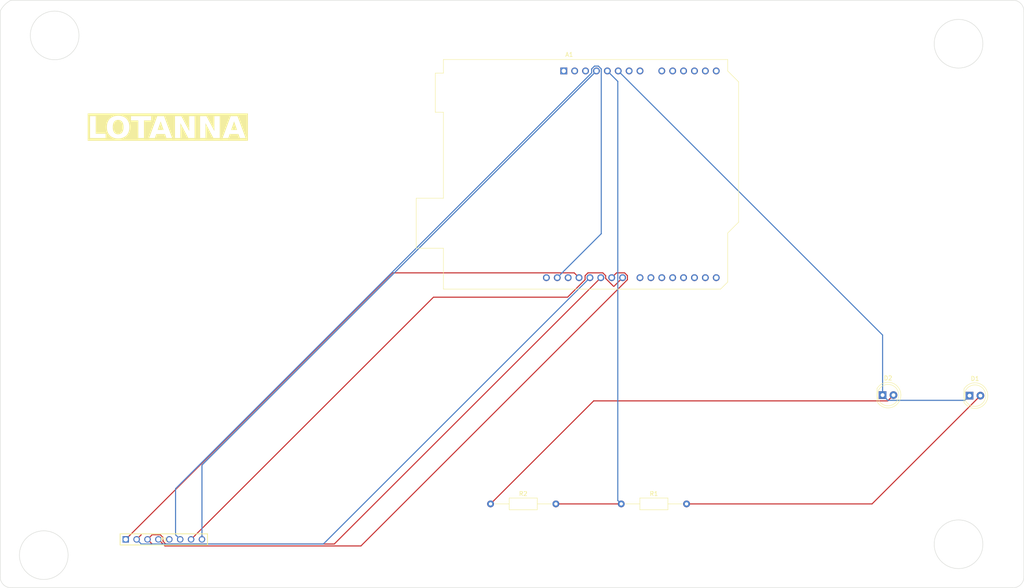
<source format=kicad_pcb>
(kicad_pcb (version 20221018) (generator pcbnew)
  (layers (0 "F.Cu" signal) (31 "B.Cu" signal) (34 "B.Paste" user) (35 "F.Paste" user) (36 "B.SilkS" user "B.Silkscreen") (37 "F.SilkS" user "F.Silkscreen") (38 "B.Mask" user) (39 "F.Mask" user) (44 "Edge.Cuts" user))
  (net 0 "")
  (net 4 "Net-(A1-3V3)")
  (net 5 "Net-(A1-+5V)")
  (net 6 "Net-(D1-K)")
  (net 23 "Net-(A1-D8)")
  (net 24 "Net-(A1-D9)")
  (net 25 "Net-(A1-D10)")
  (net 26 "Net-(A1-D11)")
  (net 27 "Net-(A1-D12)")
  (net 29 "Net-(P1-GND)")
  (net 31 "Net-(D1-A)")
  (net 32 "Net-(D2-A)")
  (footprint "RFID-RC522:RFID-RC522" (layer "F.Cu") (at 66.105 148.7204)
    (fp_text reference "P1" (at 0 0) (layer "F.SilkS") (effects (font (size 0.787402 0.787402))))
    (fp_text value "RFID-RC522-MODULE")
    (fp_line (start -10.1854 -1.2954) (end 10.1854 -1.2954) (stroke (width 0.2032)) (layer "F.SilkS"))
    (fp_line (start -10.1854 1.2954) (end -10.1854 -1.2954) (stroke (width 0.2032)) (layer "F.SilkS"))
    (fp_line (start 10.1854 -1.2954) (end 10.1854 1.2954) (stroke (width 0.2032)) (layer "F.SilkS"))
    (fp_line (start 10.1854 1.2954) (end -10.1854 1.2954) (stroke (width 0.2032)) (layer "F.SilkS"))
    (pad "1" thru_hole rect (at -8.89 0) (size 1.508 1.508) (drill 1) (layers "*.Cu" "*.Mask") (net 27 "Net-(A1-D12)"))
    (pad "2" thru_hole circle (at -6.35 0) (size 1.508 1.508) (drill 1) (layers "*.Cu" "*.Mask") (net 26 "Net-(A1-D11)"))
    (pad "3" thru_hole circle (at -3.81 0) (size 1.508 1.508) (drill 1) (layers "*.Cu" "*.Mask") (net 25 "Net-(A1-D10)"))
    (pad "4" thru_hole circle (at -1.27 0) (size 1.508 1.508) (drill 1) (layers "*.Cu" "*.Mask") (net 24 "Net-(A1-D9)"))
    (pad "5" thru_hole circle (at 1.27 0) (size 1.508 1.508) (drill 1) (layers "*.Cu" "*.Mask"))
    (pad "6" thru_hole circle (at 3.81 0) (size 1.508 1.508) (drill 1) (layers "*.Cu" "*.Mask") (net 29 "Net-(P1-GND)"))
    (pad "7" thru_hole circle (at 6.35 0) (size 1.508 1.508) (drill 1) (layers "*.Cu" "*.Mask") (net 23 "Net-(A1-D8)"))
    (pad "8" thru_hole circle (at 8.89 0) (size 1.508 1.508) (drill 1) (layers "*.Cu" "*.Mask") (net 4 "Net-(A1-3V3)"))
  )
  (footprint "LED_THT:LED_D5.0mm" (layer "F.Cu") (at 254.021409 115.164403)
    (fp_text reference "D1" (at 1.27 -3.96) (layer "F.SilkS"))
    (fp_text value "LED")
    (fp_line (start -1.29 -1.545) (end -1.29 1.545) (stroke (width 0.12)) (layer "F.SilkS"))
    (fp_arc (start -1.29 -1.54483) (mid 2.072002 -2.880433) (end 4.26 0.000462) (stroke (width 0.12)) (layer "F.SilkS"))
    (fp_arc (start 4.26 -0.000462) (mid 2.072002 2.880433) (end -1.29 1.54483) (stroke (width 0.12)) (layer "F.SilkS"))
    (fp_circle (center 1.27 0) (end 3.77 0) (stroke (width 0.12)) (fill none) (layer "F.SilkS"))
    (pad "1" thru_hole rect (at 0 0) (size 1.8 1.8) (drill 0.9) (layers "*.Cu" "*.Mask") (net 6 "Net-(D1-K)"))
    (pad "2" thru_hole circle (at 2.54 0) (size 1.8 1.8) (drill 0.9) (layers "*.Cu" "*.Mask") (net 31 "Net-(D1-A)"))
  )
  (footprint "Resistor_THT:R_Axial_DIN0207_L6.3mm_D2.5mm_P15.24mm_Horizontal" (layer "F.Cu") (at 172.785 140.44)
    (fp_text reference "R1" (at 7.62 -2.37) (layer "F.SilkS"))
    (fp_text value "100")
    (fp_line (start 1.04 0) (end 4.35 0) (stroke (width 0.12)) (layer "F.SilkS"))
    (fp_line (start 4.35 -1.37) (end 4.35 1.37) (stroke (width 0.12)) (layer "F.SilkS"))
    (fp_line (start 4.35 1.37) (end 10.89 1.37) (stroke (width 0.12)) (layer "F.SilkS"))
    (fp_line (start 10.89 -1.37) (end 4.35 -1.37) (stroke (width 0.12)) (layer "F.SilkS"))
    (fp_line (start 10.89 1.37) (end 10.89 -1.37) (stroke (width 0.12)) (layer "F.SilkS"))
    (fp_line (start 14.2 0) (end 10.89 0) (stroke (width 0.12)) (layer "F.SilkS"))
    (pad "1" thru_hole circle (at 0 0) (size 1.6 1.6) (drill 0.8) (layers "*.Cu" "*.Mask") (net 5 "Net-(A1-+5V)"))
    (pad "2" thru_hole oval (at 15.24 0) (size 1.6 1.6) (drill 0.8) (layers "*.Cu" "*.Mask") (net 31 "Net-(D1-A)"))
  )
  (footprint "LED_THT:LED_D5.0mm" (layer "F.Cu") (at 233.745 115.04)
    (fp_text reference "D2" (at 1.27 -3.96) (layer "F.SilkS"))
    (fp_text value "LED")
    (fp_line (start -1.29 -1.545) (end -1.29 1.545) (stroke (width 0.12)) (layer "F.SilkS"))
    (fp_arc (start -1.29 -1.54483) (mid 2.072002 -2.880433) (end 4.26 0.000462) (stroke (width 0.12)) (layer "F.SilkS"))
    (fp_arc (start 4.26 -0.000462) (mid 2.072002 2.880433) (end -1.29 1.54483) (stroke (width 0.12)) (layer "F.SilkS"))
    (fp_circle (center 1.27 0) (end 3.77 0) (stroke (width 0.12)) (fill none) (layer "F.SilkS"))
    (pad "1" thru_hole rect (at 0 0) (size 1.8 1.8) (drill 0.9) (layers "*.Cu" "*.Mask") (net 6 "Net-(D1-K)"))
    (pad "2" thru_hole circle (at 2.54 0) (size 1.8 1.8) (drill 0.9) (layers "*.Cu" "*.Mask") (net 32 "Net-(D2-A)"))
  )
  (footprint "Module:Arduino_UNO_R2" (layer "F.Cu") (at 159.385 39.37)
    (fp_text reference "A1" (at 1.27 -3.81 180) (layer "F.SilkS"))
    (fp_text value "Arduino_UNO_R2")
    (fp_line (start -34.42 29.72) (end -34.42 41.4) (stroke (width 0.12)) (layer "F.SilkS"))
    (fp_line (start -34.42 41.4) (end -28.07 41.4) (stroke (width 0.12)) (layer "F.SilkS"))
    (fp_line (start -29.97 0.51) (end -29.97 9.65) (stroke (width 0.12)) (layer "F.SilkS"))
    (fp_line (start -29.97 9.65) (end -28.07 9.65) (stroke (width 0.12)) (layer "F.SilkS"))
    (fp_line (start -28.07 -2.67) (end -28.07 0.51) (stroke (width 0.12)) (layer "F.SilkS"))
    (fp_line (start -28.07 0.51) (end -29.97 0.51) (stroke (width 0.12)) (layer "F.SilkS"))
    (fp_line (start -28.07 9.65) (end -28.07 29.72) (stroke (width 0.12)) (layer "F.SilkS"))
    (fp_line (start -28.07 29.72) (end -34.42 29.72) (stroke (width 0.12)) (layer "F.SilkS"))
    (fp_line (start -28.07 41.4) (end -28.07 50.93) (stroke (width 0.12)) (layer "F.SilkS"))
    (fp_line (start -28.07 50.93) (end 36.58 50.93) (stroke (width 0.12)) (layer "F.SilkS"))
    (fp_line (start 36.58 50.93) (end 38.23 49.28) (stroke (width 0.12)) (layer "F.SilkS"))
    (fp_line (start 38.23 -2.67) (end -28.07 -2.67) (stroke (width 0.12)) (layer "F.SilkS"))
    (fp_line (start 38.23 0) (end 38.23 -2.67) (stroke (width 0.12)) (layer "F.SilkS"))
    (fp_line (start 38.23 37.85) (end 40.77 35.31) (stroke (width 0.12)) (layer "F.SilkS"))
    (fp_line (start 38.23 49.28) (end 38.23 37.85) (stroke (width 0.12)) (layer "F.SilkS"))
    (fp_line (start 40.77 2.54) (end 38.23 0) (stroke (width 0.12)) (layer "F.SilkS"))
    (fp_line (start 40.77 35.31) (end 40.77 2.54) (stroke (width 0.12)) (layer "F.SilkS"))
    (pad "1" thru_hole rect (at 0 0 90) (size 1.6 1.6) (drill 1) (layers "*.Cu" "*.Mask"))
    (pad "2" thru_hole oval (at 2.54 0 90) (size 1.6 1.6) (drill 1) (layers "*.Cu" "*.Mask"))
    (pad "3" thru_hole oval (at 5.08 0 90) (size 1.6 1.6) (drill 1) (layers "*.Cu" "*.Mask"))
    (pad "4" thru_hole oval (at 7.62 0 90) (size 1.6 1.6) (drill 1) (layers "*.Cu" "*.Mask") (net 4 "Net-(A1-3V3)"))
    (pad "5" thru_hole oval (at 10.16 0 90) (size 1.6 1.6) (drill 1) (layers "*.Cu" "*.Mask") (net 5 "Net-(A1-+5V)"))
    (pad "6" thru_hole oval (at 12.7 0 90) (size 1.6 1.6) (drill 1) (layers "*.Cu" "*.Mask") (net 6 "Net-(D1-K)"))
    (pad "7" thru_hole oval (at 15.24 0 90) (size 1.6 1.6) (drill 1) (layers "*.Cu" "*.Mask"))
    (pad "8" thru_hole oval (at 17.78 0 90) (size 1.6 1.6) (drill 1) (layers "*.Cu" "*.Mask"))
    (pad "9" thru_hole oval (at 22.86 0 90) (size 1.6 1.6) (drill 1) (layers "*.Cu" "*.Mask"))
    (pad "10" thru_hole oval (at 25.4 0 90) (size 1.6 1.6) (drill 1) (layers "*.Cu" "*.Mask"))
    (pad "11" thru_hole oval (at 27.94 0 90) (size 1.6 1.6) (drill 1) (layers "*.Cu" "*.Mask"))
    (pad "12" thru_hole oval (at 30.48 0 90) (size 1.6 1.6) (drill 1) (layers "*.Cu" "*.Mask"))
    (pad "13" thru_hole oval (at 33.02 0 90) (size 1.6 1.6) (drill 1) (layers "*.Cu" "*.Mask"))
    (pad "14" thru_hole oval (at 35.56 0 90) (size 1.6 1.6) (drill 1) (layers "*.Cu" "*.Mask"))
    (pad "15" thru_hole oval (at 35.56 48.26 90) (size 1.6 1.6) (drill 1) (layers "*.Cu" "*.Mask"))
    (pad "16" thru_hole oval (at 33.02 48.26 90) (size 1.6 1.6) (drill 1) (layers "*.Cu" "*.Mask"))
    (pad "17" thru_hole oval (at 30.48 48.26 90) (size 1.6 1.6) (drill 1) (layers "*.Cu" "*.Mask"))
    (pad "18" thru_hole oval (at 27.94 48.26 90) (size 1.6 1.6) (drill 1) (layers "*.Cu" "*.Mask"))
    (pad "19" thru_hole oval (at 25.4 48.26 90) (size 1.6 1.6) (drill 1) (layers "*.Cu" "*.Mask"))
    (pad "20" thru_hole oval (at 22.86 48.26 90) (size 1.6 1.6) (drill 1) (layers "*.Cu" "*.Mask"))
    (pad "21" thru_hole oval (at 20.32 48.26 90) (size 1.6 1.6) (drill 1) (layers "*.Cu" "*.Mask"))
    (pad "22" thru_hole oval (at 17.78 48.26 90) (size 1.6 1.6) (drill 1) (layers "*.Cu" "*.Mask"))
    (pad "23" thru_hole oval (at 13.72 48.26 90) (size 1.6 1.6) (drill 1) (layers "*.Cu" "*.Mask") (net 23 "Net-(A1-D8)"))
    (pad "24" thru_hole oval (at 11.18 48.26 90) (size 1.6 1.6) (drill 1) (layers "*.Cu" "*.Mask") (net 24 "Net-(A1-D9)"))
    (pad "25" thru_hole oval (at 8.64 48.26 90) (size 1.6 1.6) (drill 1) (layers "*.Cu" "*.Mask") (net 25 "Net-(A1-D10)"))
    (pad "26" thru_hole oval (at 6.1 48.26 90) (size 1.6 1.6) (drill 1) (layers "*.Cu" "*.Mask") (net 26 "Net-(A1-D11)"))
    (pad "27" thru_hole oval (at 3.56 48.26 90) (size 1.6 1.6) (drill 1) (layers "*.Cu" "*.Mask") (net 27 "Net-(A1-D12)"))
    (pad "28" thru_hole oval (at 1.02 48.26 90) (size 1.6 1.6) (drill 1) (layers "*.Cu" "*.Mask"))
    (pad "29" thru_hole oval (at -1.52 48.26 90) (size 1.6 1.6) (drill 1) (layers "*.Cu" "*.Mask") (net 29 "Net-(P1-GND)"))
    (pad "30" thru_hole oval (at -4.06 48.26 90) (size 1.6 1.6) (drill 1) (layers "*.Cu" "*.Mask"))
  )
  (footprint "Resistor_THT:R_Axial_DIN0207_L6.3mm_D2.5mm_P15.24mm_Horizontal" (layer "F.Cu") (at 142.305 140.44)
    (fp_text reference "R2" (at 7.62 -2.37) (layer "F.SilkS"))
    (fp_text value "100")
    (fp_line (start 1.04 0) (end 4.35 0) (stroke (width 0.12)) (layer "F.SilkS"))
    (fp_line (start 4.35 -1.37) (end 4.35 1.37) (stroke (width 0.12)) (layer "F.SilkS"))
    (fp_line (start 4.35 1.37) (end 10.89 1.37) (stroke (width 0.12)) (layer "F.SilkS"))
    (fp_line (start 10.89 -1.37) (end 4.35 -1.37) (stroke (width 0.12)) (layer "F.SilkS"))
    (fp_line (start 10.89 1.37) (end 10.89 -1.37) (stroke (width 0.12)) (layer "F.SilkS"))
    (fp_line (start 14.2 0) (end 10.89 0) (stroke (width 0.12)) (layer "F.SilkS"))
    (pad "1" thru_hole circle (at 0 0) (size 1.6 1.6) (drill 0.8) (layers "*.Cu" "*.Mask") (net 32 "Net-(D2-A)"))
    (pad "2" thru_hole oval (at 15.24 0) (size 1.6 1.6) (drill 0.8) (layers "*.Cu" "*.Mask") (net 5 "Net-(A1-+5V)"))
  )
  (gr_circle (center 40.64 31.079612) (end 43.18 36.159612) (stroke (width 0.1)) (fill none) (layer "Edge.Cuts"))
  (gr_circle (center 38.1 152.4) (end 40.64 157.48) (stroke (width 0.1)) (fill none) (layer "Edge.Cuts"))
  (gr_arc (start 264.16 22.86) (mid 265.956051 23.603949) (end 266.7 25.4) (stroke (width 0.1)) (layer "Edge.Cuts"))
  (gr_line (start 30.48 160.02) (end 264.16 160.02) (stroke (width 0.1)) (layer "Edge.Cuts"))
  (gr_arc (start 266.7 157.48) (mid 265.956051 159.276051) (end 264.16 160.02) (stroke (width 0.1)) (layer "Edge.Cuts"))
  (gr_arc (start 30.48 160.02) (mid 28.683949 159.276051) (end 27.94 157.48) (stroke (width 0.1)) (layer "Edge.Cuts"))
  (gr_line (start 266.7 157.48) (end 266.7 25.4) (stroke (width 0.1)) (layer "Edge.Cuts"))
  (gr_line (start 27.940001 25.4) (end 27.94 157.48) (stroke (width 0.1)) (layer "Edge.Cuts"))
  (gr_line (start 264.16 22.86) (end 30.48 22.860001) (stroke (width 0.1)) (layer "Edge.Cuts"))
  (gr_circle (center 251.46 149.86) (end 254 154.94) (stroke (width 0.1)) (fill none) (layer "Edge.Cuts"))
  (gr_circle (center 251.46 33.02) (end 254 38.1) (stroke (width 0.1)) (fill none) (layer "Edge.Cuts"))
  (gr_arc (start 27.940001 25.4) (mid 29.003908 23.923908) (end 30.48 22.860001) (stroke (width 0.1)) (layer "Edge.Cuts"))
  (gr_text "LOTANNA" (at 48.26 55.88) (layer "F.SilkS" knockout) (effects (font (size 5 5) (thickness 0.3) bold) (justify left bottom)))
  (segment (start 74.995 131.38) (end 167.005 39.37) (width 0.25) (layer "B.Cu") (net 4))
  (segment (start 74.995 148.7204) (end 74.995 131.38) (width 0.25) (layer "B.Cu") (net 4))
  (segment (start 157.545 140.44) (end 172.785 140.44) (width 0.25) (layer "F.Cu") (net 5))
  (segment (start 172.785 140.44) (end 171.98 139.635) (width 0.25) (layer "B.Cu") (net 5))
  (segment (start 171.98 139.635) (end 171.98 41.805) (width 0.25) (layer "B.Cu") (net 5))
  (segment (start 171.98 41.805) (end 169.545 39.37) (width 0.25) (layer "B.Cu") (net 5))
  (segment (start 234.97 116.265) (end 233.745 115.04) (width 0.25) (layer "B.Cu") (net 6))
  (segment (start 233.745 101.03) (end 172.085 39.37) (width 0.25) (layer "B.Cu") (net 6))
  (segment (start 254.021409 115.164403) (end 252.920812 116.265) (width 0.25) (layer "B.Cu") (net 6))
  (segment (start 233.745 115.04) (end 233.745 101.03) (width 0.25) (layer "B.Cu") (net 6))
  (segment (start 252.920812 116.265) (end 234.97 116.265) (width 0.25) (layer "B.Cu") (net 6))
  (segment (start 170.984009 89.64) (end 171.095 89.64) (width 0.25) (layer "F.Cu") (net 23))
  (segment (start 168.490991 86.505) (end 169.15 87.164009) (width 0.25) (layer "F.Cu") (net 23))
  (segment (start 164.36 88.095991) (end 164.36 87.164009) (width 0.25) (layer "F.Cu") (net 23))
  (segment (start 165.019009 86.505) (end 168.490991 86.505) (width 0.25) (layer "F.Cu") (net 23))
  (segment (start 164.36 87.164009) (end 165.019009 86.505) (width 0.25) (layer "F.Cu") (net 23))
  (segment (start 171.095 89.64) (end 173.105 87.63) (width 0.25) (layer "F.Cu") (net 23))
  (segment (start 128.9954 92.18) (end 160.275991 92.18) (width 0.25) (layer "F.Cu") (net 23))
  (segment (start 72.455 148.7204) (end 128.9954 92.18) (width 0.25) (layer "F.Cu") (net 23))
  (segment (start 169.15 87.805991) (end 170.984009 89.64) (width 0.25) (layer "F.Cu") (net 23))
  (segment (start 160.275991 92.18) (end 164.36 88.095991) (width 0.25) (layer "F.Cu") (net 23))
  (segment (start 169.15 87.164009) (end 169.15 87.805991) (width 0.25) (layer "F.Cu") (net 23))
  (segment (start 64.835 148.7204) (end 66.364 150.2494) (width 0.25) (layer "F.Cu") (net 24))
  (segment (start 171.69 86.505) (end 170.565 87.63) (width 0.25) (layer "F.Cu") (net 24))
  (segment (start 174.23 87.164009) (end 173.570991 86.505) (width 0.25) (layer "F.Cu") (net 24))
  (segment (start 173.570991 86.505) (end 171.69 86.505) (width 0.25) (layer "F.Cu") (net 24))
  (segment (start 112.076591 150.2494) (end 174.23 88.095991) (width 0.25) (layer "F.Cu") (net 24))
  (segment (start 66.364 150.2494) (end 112.076591 150.2494) (width 0.25) (layer "F.Cu") (net 24))
  (segment (start 174.23 88.095991) (end 174.23 87.164009) (width 0.25) (layer "F.Cu") (net 24))
  (segment (start 62.295 148.7204) (end 63.374 147.6414) (width 0.25) (layer "F.Cu") (net 25))
  (segment (start 65.914 148.273463) (end 65.914 149.163004) (width 0.25) (layer "F.Cu") (net 25))
  (segment (start 65.914 149.163004) (end 66.550396 149.7994) (width 0.25) (layer "F.Cu") (net 25))
  (segment (start 62.295 148.7204) (end 63.374 149.7994) (width 0.25) (layer "F.Cu") (net 25))
  (segment (start 63.374 147.6414) (end 65.281937 147.6414) (width 0.25) (layer "F.Cu") (net 25))
  (segment (start 65.281937 147.6414) (end 65.914 148.273463) (width 0.25) (layer "F.Cu") (net 25))
  (segment (start 66.550396 149.7994) (end 105.8556 149.7994) (width 0.25) (layer "F.Cu") (net 25))
  (segment (start 105.8556 149.7994) (end 168.025 87.63) (width 0.25) (layer "F.Cu") (net 25))
  (segment (start 59.755 148.7204) (end 60.834 147.6414) (width 0.25) (layer "F.Cu") (net 26))
  (segment (start 59.755 148.7204) (end 60.834 149.7994) (width 0.25) (layer "B.Cu") (net 26))
  (segment (start 60.834 149.7994) (end 103.3156 149.7994) (width 0.25) (layer "B.Cu") (net 26))
  (segment (start 103.3156 149.7994) (end 165.485 87.63) (width 0.25) (layer "B.Cu") (net 26))
  (segment (start 57.215 148.7204) (end 119.4304 86.505) (width 0.25) (layer "F.Cu") (net 27))
  (segment (start 161.82 86.505) (end 162.945 87.63) (width 0.25) (layer "F.Cu") (net 27))
  (segment (start 119.4304 86.505) (end 161.82 86.505) (width 0.25) (layer "F.Cu") (net 27))
  (segment (start 167.470991 38.245) (end 168.13 38.904009) (width 0.25) (layer "B.Cu") (net 29))
  (segment (start 68.836 147.6414) (end 68.836 136.879991) (width 0.25) (layer "B.Cu") (net 29))
  (segment (start 166.539009 38.245) (end 167.470991 38.245) (width 0.25) (layer "B.Cu") (net 29))
  (segment (start 165.88 38.904009) (end 166.539009 38.245) (width 0.25) (layer "B.Cu") (net 29))
  (segment (start 168.13 77.365) (end 157.865 87.63) (width 0.25) (layer "B.Cu") (net 29))
  (segment (start 69.915 148.7204) (end 68.836 147.6414) (width 0.25) (layer "B.Cu") (net 29))
  (segment (start 165.88 39.835991) (end 165.88 38.904009) (width 0.25) (layer "B.Cu") (net 29))
  (segment (start 68.836 136.879991) (end 165.88 39.835991) (width 0.25) (layer "B.Cu") (net 29))
  (segment (start 168.13 38.904009) (end 168.13 77.365) (width 0.25) (layer "B.Cu") (net 29))
  (segment (start 188.025 140.44) (end 231.285812 140.44) (width 0.25) (layer "F.Cu") (net 31))
  (segment (start 231.285812 140.44) (end 256.561409 115.164403) (width 0.25) (layer "F.Cu") (net 31))
  (segment (start 234.935597 116.389403) (end 166.355597 116.389403) (width 0.25) (layer "F.Cu") (net 32))
  (segment (start 236.285 115.04) (end 234.935597 116.389403) (width 0.25) (layer "F.Cu") (net 32))
  (segment (start 166.355597 116.389403) (end 142.305 140.44) (width 0.25) (layer "F.Cu") (net 32))
)
</source>
